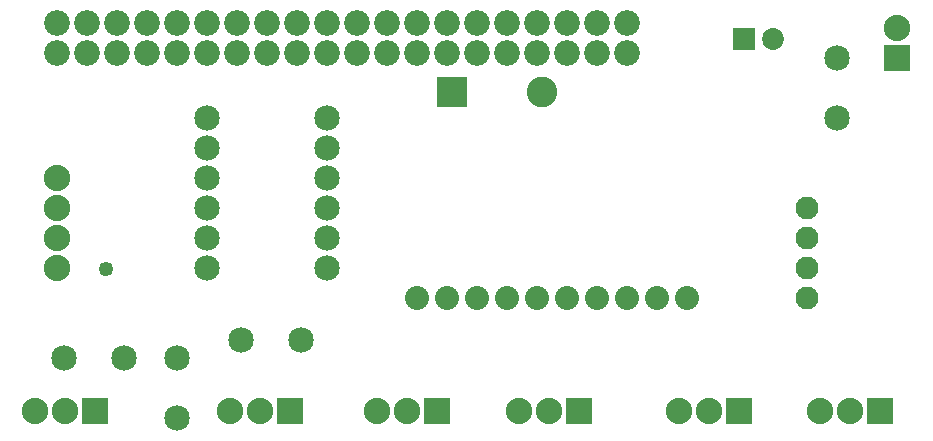
<source format=gts>
G04 MADE WITH FRITZING*
G04 WWW.FRITZING.ORG*
G04 DOUBLE SIDED*
G04 HOLES PLATED*
G04 CONTOUR ON CENTER OF CONTOUR VECTOR*
%ASAXBY*%
%FSLAX23Y23*%
%MOIN*%
%OFA0B0*%
%SFA1.0B1.0*%
%ADD10C,0.102000*%
%ADD11C,0.088000*%
%ADD12C,0.072992*%
%ADD13C,0.076111*%
%ADD14C,0.084803*%
%ADD15C,0.080000*%
%ADD16C,0.085361*%
%ADD17C,0.085000*%
%ADD18C,0.049370*%
%ADD19R,0.102000X0.102000*%
%ADD20R,0.088000X0.088000*%
%ADD21R,0.072992X0.072992*%
%LNMASK1*%
G90*
G70*
G54D10*
X1605Y1360D03*
X1905Y1360D03*
G54D11*
X418Y297D03*
X318Y297D03*
X218Y297D03*
X1067Y297D03*
X967Y297D03*
X867Y297D03*
X1558Y297D03*
X1458Y297D03*
X1358Y297D03*
X2030Y297D03*
X1930Y297D03*
X1830Y297D03*
X2562Y297D03*
X2462Y297D03*
X2362Y297D03*
X3034Y297D03*
X2934Y297D03*
X2834Y297D03*
G54D12*
X2580Y1537D03*
X2678Y1537D03*
G54D13*
X2791Y674D03*
X2791Y774D03*
X2791Y974D03*
X2791Y874D03*
G54D11*
X3091Y1474D03*
X3091Y1574D03*
G54D14*
X790Y1274D03*
X791Y774D03*
X791Y874D03*
X791Y974D03*
X791Y1074D03*
X791Y1174D03*
X1191Y1274D03*
X1191Y774D03*
X1191Y874D03*
X1191Y974D03*
X1191Y1074D03*
X1191Y1174D03*
G54D15*
X2391Y674D03*
X2291Y674D03*
X2191Y674D03*
X2091Y674D03*
X1991Y674D03*
X1891Y674D03*
X1791Y674D03*
X1691Y674D03*
X1591Y674D03*
X1491Y674D03*
G54D16*
X291Y1489D03*
X391Y1489D03*
X491Y1489D03*
X591Y1489D03*
X691Y1489D03*
X791Y1489D03*
X891Y1489D03*
X991Y1489D03*
X1091Y1489D03*
X1191Y1489D03*
X1291Y1489D03*
X1391Y1489D03*
X1491Y1489D03*
X1591Y1489D03*
X1691Y1489D03*
X1791Y1489D03*
X1891Y1489D03*
X1991Y1489D03*
X2091Y1489D03*
X2191Y1489D03*
X2191Y1589D03*
X2091Y1589D03*
X1991Y1589D03*
X1891Y1589D03*
X1791Y1589D03*
X1691Y1589D03*
X1591Y1589D03*
X1491Y1589D03*
X1391Y1589D03*
X1291Y1589D03*
X1191Y1589D03*
X1091Y1589D03*
X991Y1589D03*
X891Y1589D03*
X791Y1589D03*
X691Y1589D03*
X591Y1589D03*
X491Y1589D03*
X391Y1589D03*
X291Y1589D03*
G54D11*
X291Y1074D03*
X291Y974D03*
X291Y874D03*
X291Y774D03*
G54D17*
X690Y274D03*
X690Y474D03*
X903Y533D03*
X1103Y533D03*
X2891Y1274D03*
X2891Y1474D03*
X313Y474D03*
X513Y474D03*
G54D18*
X454Y770D03*
G54D19*
X1605Y1360D03*
G54D20*
X418Y297D03*
X1067Y297D03*
X1558Y297D03*
X2030Y297D03*
X2562Y297D03*
X3034Y297D03*
G54D21*
X2580Y1537D03*
G54D20*
X3091Y1474D03*
G04 End of Mask1*
M02*
</source>
